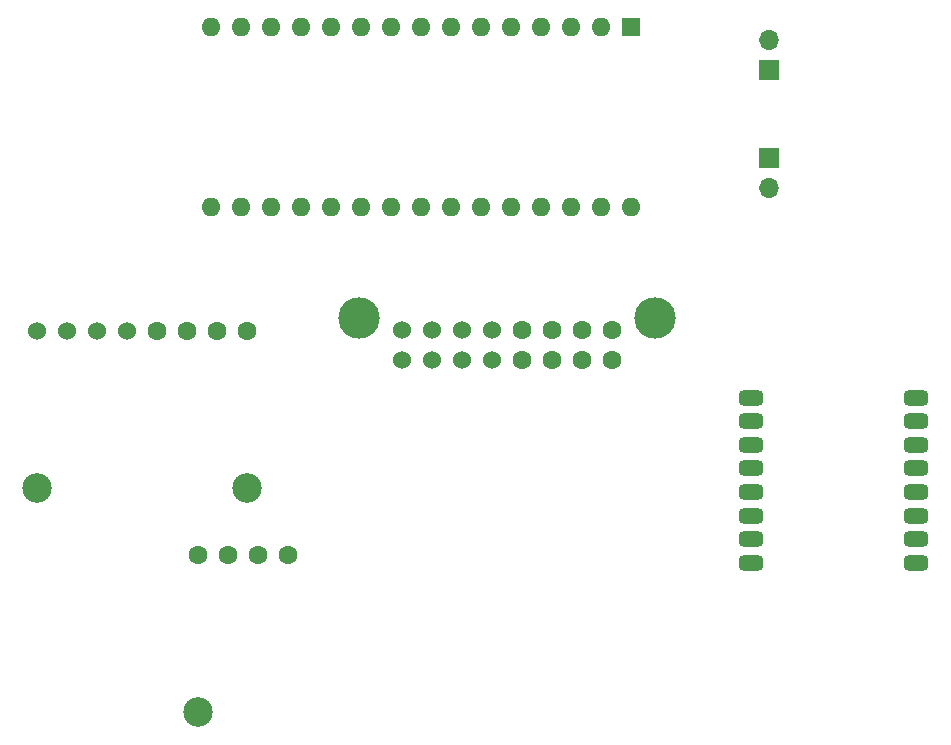
<source format=gbr>
%TF.GenerationSoftware,KiCad,Pcbnew,8.0.1*%
%TF.CreationDate,2024-06-10T20:51:31+02:00*%
%TF.ProjectId,PCB_Plaque_Basse,5043425f-506c-4617-9175-655f42617373,rev?*%
%TF.SameCoordinates,Original*%
%TF.FileFunction,Soldermask,Top*%
%TF.FilePolarity,Negative*%
%FSLAX46Y46*%
G04 Gerber Fmt 4.6, Leading zero omitted, Abs format (unit mm)*
G04 Created by KiCad (PCBNEW 8.0.1) date 2024-06-10 20:51:31*
%MOMM*%
%LPD*%
G01*
G04 APERTURE LIST*
G04 Aperture macros list*
%AMRoundRect*
0 Rectangle with rounded corners*
0 $1 Rounding radius*
0 $2 $3 $4 $5 $6 $7 $8 $9 X,Y pos of 4 corners*
0 Add a 4 corners polygon primitive as box body*
4,1,4,$2,$3,$4,$5,$6,$7,$8,$9,$2,$3,0*
0 Add four circle primitives for the rounded corners*
1,1,$1+$1,$2,$3*
1,1,$1+$1,$4,$5*
1,1,$1+$1,$6,$7*
1,1,$1+$1,$8,$9*
0 Add four rect primitives between the rounded corners*
20,1,$1+$1,$2,$3,$4,$5,0*
20,1,$1+$1,$4,$5,$6,$7,0*
20,1,$1+$1,$6,$7,$8,$9,0*
20,1,$1+$1,$8,$9,$2,$3,0*%
G04 Aperture macros list end*
%ADD10RoundRect,0.325000X0.675000X0.325000X-0.675000X0.325000X-0.675000X-0.325000X0.675000X-0.325000X0*%
%ADD11R,1.600000X1.600000*%
%ADD12O,1.600000X1.600000*%
%ADD13R,1.700000X1.700000*%
%ADD14O,1.700000X1.700000*%
%ADD15C,2.500000*%
%ADD16C,1.600000*%
%ADD17C,1.524000*%
%ADD18C,3.500000*%
G04 APERTURE END LIST*
D10*
%TO.C,Module_LORA1*%
X159000000Y-110000000D03*
X159000000Y-108000000D03*
X159000000Y-106000000D03*
X159000000Y-104000000D03*
X159000000Y-102000000D03*
X159000000Y-100000000D03*
X159000000Y-98000000D03*
X159000000Y-96000000D03*
X173000000Y-110000000D03*
X173000000Y-108000000D03*
X173000000Y-106000000D03*
X173000000Y-104000000D03*
X173000000Y-102000000D03*
X173000000Y-100000000D03*
X173000000Y-98000000D03*
X173000000Y-96000000D03*
%TD*%
D11*
%TO.C,Arduino_Nano1*%
X148880000Y-64640000D03*
D12*
X146340000Y-64640000D03*
X143800000Y-64640000D03*
X141260000Y-64640000D03*
X138720000Y-64640000D03*
X136180000Y-64640000D03*
X133640000Y-64640000D03*
X131100000Y-64640000D03*
X128560000Y-64640000D03*
X126020000Y-64640000D03*
X123480000Y-64640000D03*
X120940000Y-64640000D03*
X118400000Y-64640000D03*
X115860000Y-64640000D03*
X113320000Y-64640000D03*
X113320000Y-79880000D03*
X115860000Y-79880000D03*
X118400000Y-79880000D03*
X120940000Y-79880000D03*
X123480000Y-79880000D03*
X126020000Y-79880000D03*
X128560000Y-79880000D03*
X131100000Y-79880000D03*
X133640000Y-79880000D03*
X136180000Y-79880000D03*
X138720000Y-79880000D03*
X141260000Y-79880000D03*
X143800000Y-79880000D03*
X146340000Y-79880000D03*
X148880000Y-79880000D03*
%TD*%
D13*
%TO.C,Inter_Pile1*%
X160500000Y-75725000D03*
D14*
X160500000Y-78265000D03*
%TD*%
D13*
%TO.C,Inter_Cap_Vol1*%
X160500000Y-68275000D03*
D14*
X160500000Y-65735000D03*
%TD*%
D15*
%TO.C,MPU1*%
X116312500Y-103662500D03*
X98582500Y-103662500D03*
D16*
X116312500Y-90322500D03*
X113772500Y-90322500D03*
X111232500Y-90322500D03*
X108692500Y-90322500D03*
D17*
X106152500Y-90322500D03*
X103612500Y-90322500D03*
X101072500Y-90322500D03*
X98532500Y-90322500D03*
%TD*%
D15*
%TO.C,BMP1*%
X112190000Y-122662500D03*
D16*
X119810000Y-109322500D03*
X117270000Y-109322500D03*
X114730000Y-109322500D03*
X112190000Y-109322500D03*
%TD*%
D17*
%TO.C,Module_SD1*%
X129440000Y-90250000D03*
X129440000Y-92790000D03*
X131980000Y-90250000D03*
X131980000Y-92790000D03*
X134520000Y-90250000D03*
X134520000Y-92790000D03*
X137060000Y-90250000D03*
X137060000Y-92790000D03*
D16*
X139600000Y-90250000D03*
X139600000Y-92790000D03*
X142140000Y-90250000D03*
X142140000Y-92790000D03*
X144680000Y-90250000D03*
X144680000Y-92790000D03*
X147220000Y-90250000D03*
X147220000Y-92790000D03*
D18*
X150830000Y-89250000D03*
X125830000Y-89250000D03*
%TD*%
M02*

</source>
